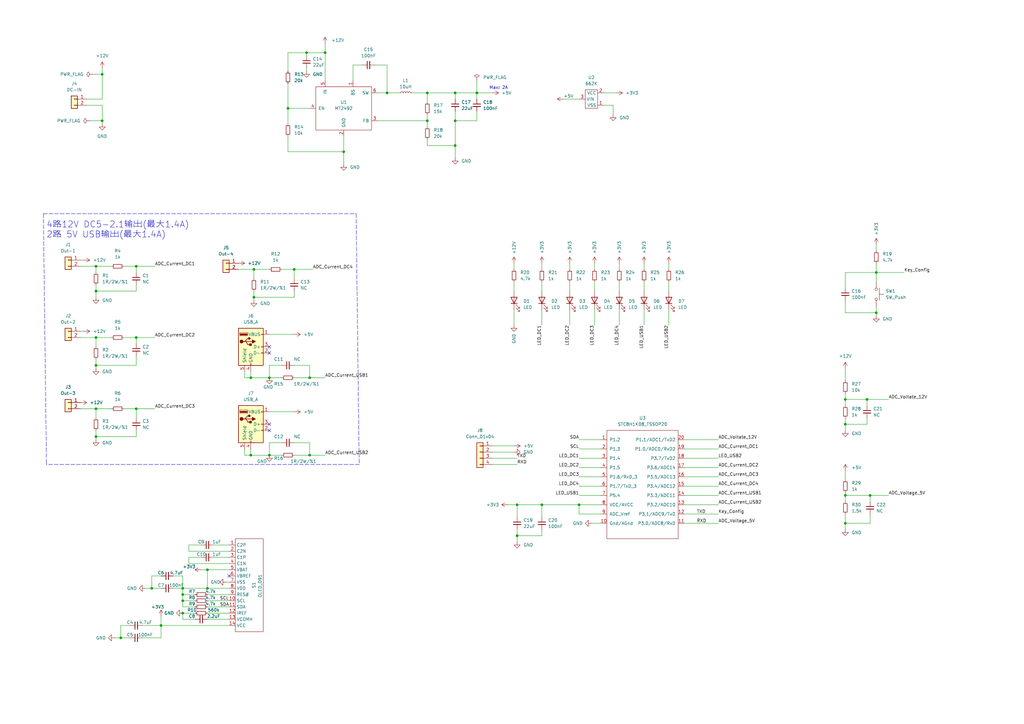
<source format=kicad_sch>
(kicad_sch (version 20211123) (generator eeschema)
  (paper "A3")
  (lib_symbols
    (symbol "Connector:USB_A" (pin_names (offset 1.016))
      (property "Reference" "J" (at -5.08 11.43 0))
      (property "Value" "USB_A" (at -5.08 8.89 0))
      (symbol "USB_A_0_1"
        (rectangle (start -5.08 -7.62) (end 5.08 7.62) (stroke (width 0.254)) (fill (type background)))
        (circle (center -3.81 2.159) (radius 0.635) (stroke (width 0.254)) (fill (type outline)))
        (rectangle (start -1.524 4.826) (end -4.318 5.334) (fill (type outline)))
        (rectangle (start -1.27 4.572) (end -4.572 5.842))
        (circle (center -0.635 3.429) (radius 0.381) (stroke (width 0.254)) (fill (type outline)))
        (rectangle (start -0.127 -7.62) (end 0.127 -6.858))
        (polyline (pts (xy -3.175 2.159) (xy -2.54 2.159) (xy -1.27 3.429) (xy -0.635 3.429)) (stroke (width 0.254)))
        (polyline (pts (xy -2.54 2.159) (xy -1.905 2.159) (xy -1.27 0.889) (xy 0 0.889)) (stroke (width 0.254)))
        (polyline (pts (xy 0.635 2.794) (xy 0.635 1.524) (xy 1.905 2.159) (xy 0.635 2.794)) (stroke (width 0.254)) (fill (type outline)))
        (rectangle (start 0.254 1.27) (end -0.508 0.508) (stroke (width 0.254)) (fill (type outline)))
        (rectangle (start 5.08 -2.667) (end 4.318 -2.413))
        (rectangle (start 5.08 -0.127) (end 4.318 0.127))
        (rectangle (start 5.08 4.953) (end 4.318 5.207))
      )
      (symbol "USB_A_1_1"
        (polyline (pts (xy -1.905 2.159) (xy 0.635 2.159)) (stroke (width 0.254)))
        (pin power_in line (at 7.62 5.08 180) (length 2.54) (name "VBUS") (number "1"))
        (pin bidirectional line (at 7.62 -2.54 180) (length 2.54) (name "D-") (number "2"))
        (pin bidirectional line (at 7.62 0 180) (length 2.54) (name "D+") (number "3"))
        (pin power_in line (at 0 -10.16 90) (length 2.54) (name "GND") (number "4"))
        (pin passive line (at -2.54 -10.16 90) (length 2.54) (name "Shield") (number "5"))
      )
    )
    (symbol "Connector_Generic:Conn_01x02" (pin_names (offset 1.016) hide)
      (property "Reference" "J" (at 0 2.54 0))
      (property "Value" "Conn_01x02" (at 0 -5.08 0))
      (symbol "Conn_01x02_1_1"
        (rectangle (start -1.27 -2.413) (end 0 -2.667) (stroke (width 0.1524)))
        (rectangle (start -1.27 0.127) (end 0 -0.127) (stroke (width 0.1524)))
        (rectangle (start -1.27 1.27) (end 1.27 -3.81) (stroke (width 0.254)) (fill (type background)))
        (pin passive line (at -5.08 0 0) (length 3.81) (name "Pin_1") (number "1"))
        (pin passive line (at -5.08 -2.54 0) (length 3.81) (name "Pin_2") (number "2"))
      )
    )
    (symbol "Connector_Generic:Conn_01x04" (pin_names (offset 1.016) hide)
      (property "Reference" "J" (at 0 5.08 0))
      (property "Value" "Conn_01x04" (at 0 -7.62 0))
      (symbol "Conn_01x04_1_1"
        (rectangle (start -1.27 -4.953) (end 0 -5.207) (stroke (width 0.1524)))
        (rectangle (start -1.27 -2.413) (end 0 -2.667) (stroke (width 0.1524)))
        (rectangle (start -1.27 0.127) (end 0 -0.127) (stroke (width 0.1524)))
        (rectangle (start -1.27 2.667) (end 0 2.413) (stroke (width 0.1524)))
        (rectangle (start -1.27 3.81) (end 1.27 -6.35) (stroke (width 0.254)) (fill (type background)))
        (pin passive line (at -5.08 2.54 0) (length 3.81) (name "Pin_1") (number "1"))
        (pin passive line (at -5.08 0 0) (length 3.81) (name "Pin_2") (number "2"))
        (pin passive line (at -5.08 -2.54 0) (length 3.81) (name "Pin_3") (number "3"))
        (pin passive line (at -5.08 -5.08 0) (length 3.81) (name "Pin_4") (number "4"))
      )
    )
    (symbol "Device:C_Small" (pin_numbers hide) (pin_names (offset 0.254) hide)
      (property "Reference" "C" (at 0.254 1.778 0))
      (property "Value" "C_Small" (at 0.254 -2.032 0))
      (symbol "C_Small_0_1"
        (polyline (pts (xy -1.524 -0.508) (xy 1.524 -0.508)) (stroke (width 0.3302)))
        (polyline (pts (xy -1.524 0.508) (xy 1.524 0.508)) (stroke (width 0.3048)))
      )
      (symbol "C_Small_1_1"
        (pin passive line (at 0 2.54 270) (length 2.032) (name "~") (number "1"))
        (pin passive line (at 0 -2.54 90) (length 2.032) (name "~") (number "2"))
      )
    )
    (symbol "Device:LED" (pin_numbers hide) (pin_names (offset 1.016) hide)
      (property "Reference" "D" (at 0 2.54 0))
      (property "Value" "LED" (at 0 -2.54 0))
      (symbol "LED_0_1"
        (polyline (pts (xy -1.27 -1.27) (xy -1.27 1.27)) (stroke (width 0.254)))
        (polyline (pts (xy -1.27 0) (xy 1.27 0)))
        (polyline (pts (xy 1.27 -1.27) (xy 1.27 1.27) (xy -1.27 0) (xy 1.27 -1.27)) (stroke (width 0.254)))
        (polyline (pts (xy -3.048 -0.762) (xy -4.572 -2.286) (xy -3.81 -2.286) (xy -4.572 -2.286) (xy -4.572 -1.524)))
        (polyline (pts (xy -1.778 -0.762) (xy -3.302 -2.286) (xy -2.54 -2.286) (xy -3.302 -2.286) (xy -3.302 -1.524)))
      )
      (symbol "LED_1_1"
        (pin passive line (at -3.81 0 0) (length 2.54) (name "K") (number "1"))
        (pin passive line (at 3.81 0 180) (length 2.54) (name "A") (number "2"))
      )
    )
    (symbol "Device:L_Small" (pin_numbers hide) (pin_names (offset 0.254) hide)
      (property "Reference" "L" (at 0.762 1.016 0))
      (property "Value" "L_Small" (at 0.762 -1.016 0))
      (symbol "L_Small_0_1"
        (arc (start 0 -2.032) (mid 0.508 -1.524) (end 0 -1.016))
        (arc (start 0 -1.016) (mid 0.508 -0.508) (end 0 0))
        (arc (start 0 0) (mid 0.508 0.508) (end 0 1.016))
        (arc (start 0 1.016) (mid 0.508 1.524) (end 0 2.032))
      )
      (symbol "L_Small_1_1"
        (pin passive line (at 0 2.54 270) (length 0.508) (name "~") (number "1"))
        (pin passive line (at 0 -2.54 90) (length 0.508) (name "~") (number "2"))
      )
    )
    (symbol "Device:R_Small" (pin_numbers hide) (pin_names (offset 0.254) hide)
      (property "Reference" "R" (at 0.762 0.508 0))
      (property "Value" "R_Small" (at 0.762 -1.016 0))
      (symbol "R_Small_0_1"
        (rectangle (start -0.762 1.778) (end 0.762 -1.778) (stroke (width 0.2032)))
      )
      (symbol "R_Small_1_1"
        (pin passive line (at 0 2.54 270) (length 0.762) (name "~") (number "1"))
        (pin passive line (at 0 -2.54 90) (length 0.762) (name "~") (number "2"))
      )
    )
    (symbol "Switch:SW_Push" (pin_numbers hide) (pin_names (offset 1.016) hide)
      (property "Reference" "SW" (at 1.27 2.54 0))
      (property "Value" "SW_Push" (at 0 -1.524 0))
      (symbol "SW_Push_0_1"
        (circle (center -2.032 0) (radius 0.508))
        (polyline (pts (xy 0 1.27) (xy 0 3.048)))
        (polyline (pts (xy 2.54 1.27) (xy -2.54 1.27)))
        (circle (center 2.032 0) (radius 0.508))
        (pin passive line (at -5.08 0 0) (length 2.54) (name "1") (number "1"))
        (pin passive line (at 5.08 0 180) (length 2.54) (name "2") (number "2"))
      )
    )
    (symbol "jld:662K"
      (property "Reference" "U" (at 0 0 0))
      (property "Value" "662K" (at 0 0 0))
      (symbol "662K_0_1"
        (rectangle (start -2.54 3.81) (end 2.54 -3.81))
      )
      (symbol "662K_1_1"
        (pin power_in line (at 5.08 -2.54 180) (length 2.54) (name "VSS") (number "1"))
        (pin power_out line (at 5.08 2.54 180) (length 2.54) (name "VCC") (number "2"))
        (pin power_in line (at -5.08 0 0) (length 2.54) (name "VIN") (number "3"))
      )
    )
    (symbol "jld:MT2492" (pin_names (offset 1.016))
      (property "Reference" "U" (at 0 0 0))
      (property "Value" "MT2492" (at 0 -2.54 0))
      (symbol "MT2492_0_1"
        (rectangle (start -11.43 8.89) (end 11.43 -8.89))
      )
      (symbol "MT2492_1_1"
        (pin passive line (at 3.81 11.43 270) (length 2.54) (name "BS") (number "1"))
        (pin power_in line (at 0 -11.43 90) (length 2.54) (name "GND") (number "2"))
        (pin passive line (at 13.97 -5.08 180) (length 2.54) (name "FB") (number "3"))
        (pin passive line (at -13.97 0 0) (length 2.54) (name "EN") (number "4"))
        (pin power_in line (at -7.62 11.43 270) (length 2.54) (name "IN") (number "5"))
        (pin passive line (at 13.97 6.35 180) (length 2.54) (name "SW") (number "6"))
      )
    )
    (symbol "jld:OLED_091"
      (property "Reference" "S" (at 2.54 0 90))
      (property "Value" "OLED_091" (at 0 0 90))
      (symbol "OLED_091_0_1"
        (rectangle (start -6.35 19.05) (end 5.08 -19.05))
      )
      (symbol "OLED_091_1_1"
        (pin free line (at -8.89 16.51 0) (length 2.54) (name "C2P") (number "1"))
        (pin free line (at -8.89 -6.35 0) (length 2.54) (name "SCL") (number "10"))
        (pin free line (at -8.89 -8.89 0) (length 2.54) (name "SDA") (number "11"))
        (pin free line (at -8.89 -11.43 0) (length 2.54) (name "IREF") (number "12"))
        (pin free line (at -8.89 -13.97 0) (length 2.54) (name "VCOMH") (number "13"))
        (pin power_in line (at -8.89 -16.51 0) (length 2.54) (name "VCC") (number "14"))
        (pin free line (at -8.89 13.97 0) (length 2.54) (name "C2N") (number "2"))
        (pin free line (at -8.89 11.43 0) (length 2.54) (name "C1P") (number "3"))
        (pin free line (at -8.89 8.89 0) (length 2.54) (name "C1N") (number "4"))
        (pin power_in line (at -8.89 6.35 0) (length 2.54) (name "VBAT") (number "5"))
        (pin free line (at -8.89 3.81 0) (length 2.54) (name "VBREF") (number "6"))
        (pin power_in line (at -8.89 1.27 0) (length 2.54) (name "VSS") (number "7"))
        (pin power_in line (at -8.89 -1.27 0) (length 2.54) (name "VDD") (number "8"))
        (pin free line (at -8.89 -3.81 0) (length 2.54) (name "RES#") (number "9"))
      )
    )
    (symbol "jld:STC8H1K08_TSSOP20" (pin_names (offset 1.016))
      (property "Reference" "U" (at 0 0 0))
      (property "Value" "STC8H1K08_TSSOP20" (at 0 -22.86 0))
      (symbol "STC8H1K08_TSSOP20_0_1"
        (rectangle (start -13.97 20.32) (end 15.24 -24.13))
      )
      (symbol "STC8H1K08_TSSOP20_1_1"
        (pin passive line (at -16.51 16.51 0) (length 2.54) (name "P1.2") (number "1"))
        (pin power_in line (at -16.51 -17.78 0) (length 2.54) (name "Gnd/AGnd") (number "10"))
        (pin passive line (at 17.78 -17.78 180) (length 2.54) (name "P3.0/ADC8/RxD") (number "11"))
        (pin passive line (at 17.78 -13.97 180) (length 2.54) (name "P3.1/ADC9/TxD") (number "12"))
        (pin passive line (at 17.78 -10.16 180) (length 2.54) (name "P3.2/ADC10") (number "13"))
        (pin passive line (at 17.78 -6.35 180) (length 2.54) (name "P3.3/ADC11") (number "14"))
        (pin passive line (at 17.78 -2.54 180) (length 2.54) (name "P3.4/ADC12") (number "15"))
        (pin passive line (at 17.78 1.27 180) (length 2.54) (name "P3.5/ADC13") (number "16"))
        (pin passive line (at 17.78 5.08 180) (length 2.54) (name "P3.6/ADC14") (number "17"))
        (pin passive line (at 17.78 8.89 180) (length 2.54) (name "P3.7/TxD2") (number "18"))
        (pin passive line (at 17.78 12.7 180) (length 2.54) (name "P1.0/ADC0/RxD2") (number "19"))
        (pin passive line (at -16.51 12.7 0) (length 2.54) (name "P1.3") (number "2"))
        (pin passive line (at 17.78 16.51 180) (length 2.54) (name "P1.1/ADC1/TxD2") (number "20"))
        (pin passive line (at -16.51 8.89 0) (length 2.54) (name "P1.4") (number "3"))
        (pin passive line (at -16.51 5.08 0) (length 2.54) (name "P1.5") (number "4"))
        (pin passive line (at -16.51 1.27 0) (length 2.54) (name "P1.6/RxD_3") (number "5"))
        (pin passive line (at -16.51 -2.54 0) (length 2.54) (name "P1.7/TxD_3") (number "6"))
        (pin passive line (at -16.51 -6.35 0) (length 2.54) (name "P5.4") (number "7"))
        (pin power_in line (at -16.51 -10.16 0) (length 2.54) (name "VCC/AVCC") (number "8"))
        (pin power_in line (at -16.51 -13.97 0) (length 2.54) (name "ADC_Vref") (number "9"))
      )
    )
    (symbol "power:+12V" (power) (pin_names (offset 0))
      (property "Value" "+12V" (at 0 3.556 0))
      (symbol "+12V_0_1"
        (polyline (pts (xy -0.762 1.27) (xy 0 2.54)))
        (polyline (pts (xy 0 0) (xy 0 2.54)))
        (polyline (pts (xy 0 2.54) (xy 0.762 1.27)))
      )
      (symbol "+12V_1_1"
        (pin power_in line (at 0 0 90) (length 0) hide (name "+12V") (number "1"))
      )
    )
    (symbol "power:+3.3V" (power) (pin_names (offset 0))
      (property "Value" "+3.3V" (at 0 3.556 0))
      (symbol "+3.3V_0_1"
        (polyline (pts (xy -0.762 1.27) (xy 0 2.54)))
        (polyline (pts (xy 0 0) (xy 0 2.54)))
        (polyline (pts (xy 0 2.54) (xy 0.762 1.27)))
      )
      (symbol "+3.3V_1_1"
        (pin power_in line (at 0 0 90) (length 0) hide (name "+3V3") (number "1"))
      )
    )
    (symbol "power:+5V" (power) (pin_names (offset 0))
      (property "Value" "+5V" (at 0 3.556 0))
      (symbol "+5V_0_1"
        (polyline (pts (xy -0.762 1.27) (xy 0 2.54)))
        (polyline (pts (xy 0 0) (xy 0 2.54)))
        (polyline (pts (xy 0 2.54) (xy 0.762 1.27)))
      )
      (symbol "+5V_1_1"
        (pin power_in line (at 0 0 90) (length 0) hide (name "+5V") (number "1"))
      )
    )
    (symbol "power:GND" (power) (pin_names (offset 0))
      (property "Value" "GND" (at 0 -3.81 0))
      (symbol "GND_0_1"
        (polyline (pts (xy 0 0) (xy 0 -1.27) (xy 1.27 -1.27) (xy 0 -2.54) (xy -1.27 -1.27) (xy 0 -1.27)))
      )
      (symbol "GND_1_1"
        (pin power_in line (at 0 0 270) (length 0) hide (name "GND") (number "1"))
      )
    )
    (symbol "power:PWR_FLAG" (power) (pin_numbers hide) (pin_names (offset 0) hide)
      (property "Value" "PWR_FLAG" (at 0 3.81 0))
      (symbol "PWR_FLAG_0_0"
        (pin power_out line (at 0 0 90) (length 0) (name "pwr") (number "1"))
      )
      (symbol "PWR_FLAG_0_1"
        (polyline (pts (xy 0 0) (xy 0 1.27) (xy -1.016 1.905) (xy 0 2.54) (xy 1.016 1.905) (xy 0 1.27)))
      )
    )
  )
  (junction (at 66.04 256.54))
  (junction (at 39.37 167.64))
  (junction (at 212.09 219.71))
  (junction (at 110.49 186.69))
  (junction (at 212.09 207.01))
  (junction (at 74.93 246.38))
  (junction (at 74.93 243.84))
  (junction (at 39.37 109.22))
  (junction (at 110.49 154.94))
  (junction (at 195.58 38.1))
  (junction (at 186.69 49.53))
  (junction (at 158.75 38.1))
  (junction (at 118.11 44.45))
  (junction (at 140.97 62.23))
  (junction (at 55.88 138.43))
  (junction (at 85.09 241.3))
  (junction (at 102.87 154.94))
  (junction (at 55.88 167.64))
  (junction (at 41.91 49.53))
  (junction (at 237.49 207.01))
  (junction (at 346.71 214.63))
  (junction (at 85.09 233.68))
  (junction (at 175.26 38.1))
  (junction (at 186.69 59.69))
  (junction (at 41.91 30.48))
  (junction (at 39.37 119.38))
  (junction (at 346.71 163.83))
  (junction (at 39.37 179.07))
  (junction (at 346.71 173.99))
  (junction (at 39.37 149.86))
  (junction (at 74.93 241.3))
  (junction (at 125.73 21.59))
  (junction (at 55.88 109.22))
  (junction (at 133.35 21.59))
  (junction (at 359.41 111.76))
  (junction (at 175.26 49.53))
  (junction (at 127 186.69))
  (junction (at 62.23 241.3))
  (junction (at 355.6 163.83))
  (junction (at 104.14 121.92))
  (junction (at 39.37 138.43))
  (junction (at 346.71 203.2))
  (junction (at 104.14 110.49))
  (junction (at 222.25 207.01))
  (junction (at 74.93 251.46))
  (junction (at 120.65 110.49))
  (junction (at 356.87 203.2))
  (junction (at 102.87 186.69))
  (junction (at 127 154.94))
  (junction (at 186.69 38.1))
  (junction (at 49.53 261.62))
  (junction (at 359.41 128.27))
  (no_connect (at 93.98 236.22))
  (no_connect (at 110.49 144.78))
  (no_connect (at 110.49 142.24))
  (no_connect (at 110.49 176.53))
  (no_connect (at 110.49 173.99))
  (wire (pts (xy 359.41 111.76) (xy 359.41 115.57)))
  (wire (pts (xy 355.6 163.83) (xy 364.49 163.83)))
  (wire (pts (xy 233.68 127) (xy 233.68 133.35)))
  (wire (pts (xy 158.75 38.1) (xy 154.94 38.1)))
  (wire (pts (xy 82.55 223.52) (xy 77.47 223.52)))
  (wire (pts (xy 254 107.95) (xy 254 110.49)))
  (wire (pts (xy 62.23 236.22) (xy 66.04 236.22)))
  (wire (pts (xy 41.91 30.48) (xy 41.91 40.64)))
  (wire (pts (xy 85.09 254) (xy 93.98 254)))
  (wire (pts (xy 243.84 127) (xy 243.84 133.35)))
  (wire (pts (xy 110.49 168.91) (xy 120.65 168.91)))
  (wire (pts (xy 237.49 199.39) (xy 246.38 199.39)))
  (wire (pts (xy 125.73 21.59) (xy 125.73 22.86)))
  (wire (pts (xy 168.91 38.1) (xy 175.26 38.1)))
  (wire (pts (xy 115.57 149.86) (xy 110.49 149.86)))
  (wire (pts (xy 355.6 173.99) (xy 355.6 171.45)))
  (wire (pts (xy 39.37 179.07) (xy 55.88 179.07)))
  (wire (pts (xy 104.14 119.38) (xy 104.14 121.92)))
  (wire (pts (xy 55.88 179.07) (xy 55.88 176.53)))
  (wire (pts (xy 237.49 180.34) (xy 246.38 180.34)))
  (wire (pts (xy 280.67 195.58) (xy 294.64 195.58)))
  (wire (pts (xy 237.49 184.15) (xy 246.38 184.15)))
  (wire (pts (xy 102.87 186.69) (xy 110.49 186.69)))
  (wire (pts (xy 195.58 38.1) (xy 201.93 38.1)))
  (wire (pts (xy 85.09 246.38) (xy 93.98 246.38)))
  (wire (pts (xy 127 181.61) (xy 127 186.69)))
  (wire (pts (xy 140.97 62.23) (xy 140.97 67.31)))
  (wire (pts (xy 346.71 173.99) (xy 355.6 173.99)))
  (wire (pts (xy 346.71 163.83) (xy 355.6 163.83)))
  (wire (pts (xy 120.65 110.49) (xy 128.27 110.49)))
  (wire (pts (xy 66.04 256.54) (xy 93.98 256.54)))
  (wire (pts (xy 195.58 38.1) (xy 195.58 40.64)))
  (wire (pts (xy 34.29 106.68) (xy 33.02 106.68)))
  (wire (pts (xy 280.67 184.15) (xy 294.64 184.15)))
  (wire (pts (xy 92.71 238.76) (xy 93.98 238.76)))
  (wire (pts (xy 346.71 128.27) (xy 359.41 128.27)))
  (wire (pts (xy 100.33 154.94) (xy 102.87 154.94)))
  (wire (pts (xy 33.02 167.64) (xy 39.37 167.64)))
  (wire (pts (xy 346.71 201.93) (xy 346.71 203.2)))
  (wire (pts (xy 34.29 135.89) (xy 33.02 135.89)))
  (wire (pts (xy 355.6 163.83) (xy 355.6 166.37)))
  (wire (pts (xy 186.69 59.69) (xy 186.69 64.77)))
  (wire (pts (xy 55.88 149.86) (xy 39.37 149.86)))
  (wire (pts (xy 100.33 186.69) (xy 102.87 186.69)))
  (wire (pts (xy 74.93 254) (xy 74.93 251.46)))
  (wire (pts (xy 158.75 26.67) (xy 158.75 38.1)))
  (wire (pts (xy 120.65 181.61) (xy 127 181.61)))
  (wire (pts (xy 110.49 181.61) (xy 110.49 186.69)))
  (wire (pts (xy 120.65 121.92) (xy 120.65 119.38)))
  (wire (pts (xy 87.63 223.52) (xy 93.98 223.52)))
  (wire (pts (xy 50.8 167.64) (xy 55.88 167.64)))
  (wire (pts (xy 39.37 167.64) (xy 39.37 171.45)))
  (wire (pts (xy 118.11 29.21) (xy 118.11 21.59)))
  (wire (pts (xy 87.63 228.6) (xy 93.98 228.6)))
  (wire (pts (xy 46.99 261.62) (xy 49.53 261.62)))
  (wire (pts (xy 346.71 203.2) (xy 346.71 205.74)))
  (polyline (pts (xy 147.32 190.5) (xy 19.05 190.5)))
  (wire (pts (xy 175.26 49.53) (xy 175.26 52.07)))
  (wire (pts (xy 144.78 26.67) (xy 148.59 26.67)))
  (wire (pts (xy 212.09 219.71) (xy 212.09 222.25)))
  (wire (pts (xy 110.49 186.69) (xy 115.57 186.69)))
  (wire (pts (xy 80.01 254) (xy 74.93 254)))
  (wire (pts (xy 66.04 252.73) (xy 66.04 256.54)))
  (wire (pts (xy 356.87 203.2) (xy 356.87 205.74)))
  (wire (pts (xy 359.41 125.73) (xy 359.41 128.27)))
  (wire (pts (xy 359.41 111.76) (xy 370.84 111.76)))
  (wire (pts (xy 346.71 203.2) (xy 356.87 203.2)))
  (wire (pts (xy 140.97 55.88) (xy 140.97 62.23)))
  (wire (pts (xy 251.46 43.18) (xy 251.46 46.99)))
  (wire (pts (xy 133.35 17.78) (xy 133.35 21.59)))
  (wire (pts (xy 186.69 49.53) (xy 186.69 59.69)))
  (wire (pts (xy 39.37 119.38) (xy 39.37 121.92)))
  (wire (pts (xy 104.14 121.92) (xy 120.65 121.92)))
  (wire (pts (xy 118.11 44.45) (xy 118.11 50.8)))
  (wire (pts (xy 280.67 191.77) (xy 294.64 191.77)))
  (wire (pts (xy 346.71 123.19) (xy 346.71 128.27)))
  (wire (pts (xy 264.16 115.57) (xy 264.16 119.38)))
  (wire (pts (xy 85.09 241.3) (xy 93.98 241.3)))
  (wire (pts (xy 346.71 214.63) (xy 346.71 217.17)))
  (wire (pts (xy 231.14 40.64) (xy 237.49 40.64)))
  (wire (pts (xy 280.67 180.34) (xy 294.64 180.34)))
  (wire (pts (xy 39.37 149.86) (xy 39.37 151.13)))
  (wire (pts (xy 104.14 110.49) (xy 110.49 110.49)))
  (wire (pts (xy 186.69 45.72) (xy 186.69 49.53)))
  (wire (pts (xy 59.69 241.3) (xy 62.23 241.3)))
  (wire (pts (xy 110.49 154.94) (xy 115.57 154.94)))
  (wire (pts (xy 127 186.69) (xy 133.35 186.69)))
  (wire (pts (xy 346.71 151.13) (xy 346.71 156.21)))
  (wire (pts (xy 222.25 115.57) (xy 222.25 119.38)))
  (polyline (pts (xy 146.05 87.63) (xy 147.32 190.5)))
  (wire (pts (xy 264.16 107.95) (xy 264.16 110.49)))
  (wire (pts (xy 50.8 138.43) (xy 55.88 138.43)))
  (wire (pts (xy 97.79 110.49) (xy 104.14 110.49)))
  (wire (pts (xy 210.82 127) (xy 210.82 133.35)))
  (polyline (pts (xy 17.78 87.63) (xy 146.05 87.63)))
  (wire (pts (xy 55.88 167.64) (xy 55.88 171.45)))
  (wire (pts (xy 346.71 111.76) (xy 359.41 111.76)))
  (wire (pts (xy 33.02 109.22) (xy 39.37 109.22)))
  (wire (pts (xy 247.65 43.18) (xy 251.46 43.18)))
  (wire (pts (xy 102.87 154.94) (xy 110.49 154.94)))
  (wire (pts (xy 237.49 207.01) (xy 246.38 207.01)))
  (wire (pts (xy 49.53 261.62) (xy 53.34 261.62)))
  (wire (pts (xy 85.09 233.68) (xy 85.09 241.3)))
  (wire (pts (xy 104.14 121.92) (xy 104.14 123.19)))
  (wire (pts (xy 120.65 149.86) (xy 127 149.86)))
  (wire (pts (xy 85.09 243.84) (xy 93.98 243.84)))
  (wire (pts (xy 356.87 214.63) (xy 346.71 214.63)))
  (wire (pts (xy 102.87 152.4) (xy 102.87 154.94)))
  (wire (pts (xy 82.55 233.68) (xy 85.09 233.68)))
  (wire (pts (xy 58.42 256.54) (xy 66.04 256.54)))
  (wire (pts (xy 39.37 116.84) (xy 39.37 119.38)))
  (wire (pts (xy 222.25 127) (xy 222.25 133.35)))
  (wire (pts (xy 74.93 243.84) (xy 74.93 241.3)))
  (wire (pts (xy 237.49 195.58) (xy 246.38 195.58)))
  (wire (pts (xy 120.65 154.94) (xy 127 154.94)))
  (wire (pts (xy 33.02 138.43) (xy 39.37 138.43)))
  (wire (pts (xy 77.47 226.06) (xy 93.98 226.06)))
  (wire (pts (xy 280.67 187.96) (xy 294.64 187.96)))
  (wire (pts (xy 243.84 107.95) (xy 243.84 110.49)))
  (wire (pts (xy 280.67 203.2) (xy 294.64 203.2)))
  (wire (pts (xy 346.71 210.82) (xy 346.71 214.63)))
  (wire (pts (xy 201.93 182.88) (xy 210.82 182.88)))
  (wire (pts (xy 195.58 33.02) (xy 195.58 38.1)))
  (wire (pts (xy 222.25 107.95) (xy 222.25 110.49)))
  (wire (pts (xy 186.69 38.1) (xy 195.58 38.1)))
  (wire (pts (xy 201.93 185.42) (xy 210.82 185.42)))
  (wire (pts (xy 175.26 57.15) (xy 175.26 59.69)))
  (wire (pts (xy 104.14 110.49) (xy 104.14 114.3)))
  (wire (pts (xy 85.09 233.68) (xy 93.98 233.68)))
  (wire (pts (xy 346.71 163.83) (xy 346.71 166.37)))
  (wire (pts (xy 110.49 149.86) (xy 110.49 154.94)))
  (wire (pts (xy 242.57 214.63) (xy 246.38 214.63)))
  (wire (pts (xy 102.87 184.15) (xy 102.87 186.69)))
  (wire (pts (xy 186.69 38.1) (xy 186.69 40.64)))
  (wire (pts (xy 115.57 110.49) (xy 120.65 110.49)))
  (wire (pts (xy 222.25 207.01) (xy 222.25 212.09)))
  (wire (pts (xy 237.49 210.82) (xy 237.49 207.01)))
  (wire (pts (xy 110.49 137.16) (xy 120.65 137.16)))
  (wire (pts (xy 85.09 248.92) (xy 93.98 248.92)))
  (wire (pts (xy 210.82 115.57) (xy 210.82 119.38)))
  (wire (pts (xy 71.12 241.3) (xy 74.93 241.3)))
  (wire (pts (xy 39.37 138.43) (xy 45.72 138.43)))
  (wire (pts (xy 237.49 187.96) (xy 246.38 187.96)))
  (wire (pts (xy 39.37 167.64) (xy 45.72 167.64)))
  (wire (pts (xy 49.53 256.54) (xy 53.34 256.54)))
  (wire (pts (xy 175.26 38.1) (xy 175.26 41.91)))
  (wire (pts (xy 100.33 184.15) (xy 100.33 186.69)))
  (wire (pts (xy 74.93 241.3) (xy 85.09 241.3)))
  (wire (pts (xy 356.87 210.82) (xy 356.87 214.63)))
  (wire (pts (xy 175.26 38.1) (xy 186.69 38.1)))
  (wire (pts (xy 118.11 62.23) (xy 140.97 62.23)))
  (wire (pts (xy 77.47 228.6) (xy 77.47 231.14)))
  (wire (pts (xy 274.32 127) (xy 274.32 133.35)))
  (wire (pts (xy 38.1 30.48) (xy 41.91 30.48)))
  (wire (pts (xy 55.88 167.64) (xy 63.5 167.64)))
  (wire (pts (xy 80.01 246.38) (xy 74.93 246.38)))
  (wire (pts (xy 35.56 43.18) (xy 41.91 43.18)))
  (wire (pts (xy 120.65 110.49) (xy 120.65 114.3)))
  (wire (pts (xy 74.93 236.22) (xy 74.93 241.3)))
  (wire (pts (xy 118.11 55.88) (xy 118.11 62.23)))
  (wire (pts (xy 153.67 26.67) (xy 158.75 26.67)))
  (wire (pts (xy 264.16 127) (xy 264.16 133.35)))
  (wire (pts (xy 158.75 38.1) (xy 163.83 38.1)))
  (wire (pts (xy 359.41 100.33) (xy 359.41 102.87)))
  (wire (pts (xy 62.23 241.3) (xy 62.23 236.22)))
  (wire (pts (xy 80.01 248.92) (xy 74.93 248.92)))
  (wire (pts (xy 254 115.57) (xy 254 119.38)))
  (wire (pts (xy 280.67 210.82) (xy 294.64 210.82)))
  (wire (pts (xy 39.37 109.22) (xy 45.72 109.22)))
  (wire (pts (xy 212.09 207.01) (xy 212.09 212.09)))
  (wire (pts (xy 85.09 251.46) (xy 93.98 251.46)))
  (wire (pts (xy 280.67 214.63) (xy 294.64 214.63)))
  (wire (pts (xy 39.37 109.22) (xy 39.37 111.76)))
  (wire (pts (xy 233.68 115.57) (xy 233.68 119.38)))
  (wire (pts (xy 222.25 217.17) (xy 222.25 219.71)))
  (wire (pts (xy 55.88 146.05) (xy 55.88 149.86)))
  (wire (pts (xy 58.42 261.62) (xy 66.04 261.62)))
  (wire (pts (xy 212.09 217.17) (xy 212.09 219.71)))
  (wire (pts (xy 74.93 248.92) (xy 74.93 246.38)))
  (wire (pts (xy 49.53 261.62) (xy 49.53 256.54)))
  (wire (pts (xy 243.84 115.57) (xy 243.84 119.38)))
  (wire (pts (xy 356.87 203.2) (xy 364.49 203.2)))
  (wire (pts (xy 127 154.94) (xy 133.35 154.94)))
  (wire (pts (xy 346.71 173.99) (xy 346.71 176.53)))
  (wire (pts (xy 39.37 147.32) (xy 39.37 149.86)))
  (wire (pts (xy 212.09 219.71) (xy 222.25 219.71)))
  (wire (pts (xy 41.91 49.53) (xy 41.91 50.8)))
  (wire (pts (xy 118.11 44.45) (xy 127 44.45)))
  (wire (pts (xy 55.88 109.22) (xy 55.88 111.76)))
  (wire (pts (xy 233.68 107.95) (xy 233.68 110.49)))
  (polyline (pts (xy 19.05 189.23) (xy 19.05 190.5)))
  (wire (pts (xy 246.38 210.82) (xy 237.49 210.82)))
  (wire (pts (xy 346.71 161.29) (xy 346.71 163.83)))
  (wire (pts (xy 100.33 152.4) (xy 100.33 154.94)))
  (wire (pts (xy 133.35 21.59) (xy 133.35 33.02)))
  (wire (pts (xy 208.28 207.01) (xy 212.09 207.01)))
  (wire (pts (xy 115.57 181.61) (xy 110.49 181.61)))
  (wire (pts (xy 62.23 241.3) (xy 66.04 241.3)))
  (wire (pts (xy 212.09 207.01) (xy 222.25 207.01)))
  (wire (pts (xy 41.91 30.48) (xy 41.91 27.94)))
  (wire (pts (xy 125.73 21.59) (xy 133.35 21.59)))
  (wire (pts (xy 36.83 49.53) (xy 41.91 49.53)))
  (wire (pts (xy 254 127) (xy 254 133.35)))
  (wire (pts (xy 41.91 43.18) (xy 41.91 49.53)))
  (wire (pts (xy 39.37 119.38) (xy 55.88 119.38)))
  (wire (pts (xy 280.67 199.39) (xy 294.64 199.39)))
  (wire (pts (xy 359.41 107.95) (xy 359.41 111.76)))
  (polyline (pts (xy 17.78 87.63) (xy 19.05 189.23)))
  (wire (pts (xy 127 149.86) (xy 127 154.94)))
  (wire (pts (xy 120.65 186.69) (xy 127 186.69)))
  (wire (pts (xy 144.78 33.02) (xy 144.78 26.67)))
  (wire (pts (xy 74.93 246.38) (xy 74.93 243.84)))
  (wire (pts (xy 195.58 49.53) (xy 195.58 45.72)))
  (wire (pts (xy 154.94 49.53) (xy 175.26 49.53)))
  (wire (pts (xy 55.88 138.43) (xy 55.88 140.97)))
  (wire (pts (xy 80.01 243.84) (xy 74.93 243.84)))
  (wire (pts (xy 55.88 138.43) (xy 63.5 138.43)))
  (wire (pts (xy 82.55 228.6) (xy 77.47 228.6)))
  (wire (pts (xy 237.49 203.2) (xy 246.38 203.2)))
  (wire (pts (xy 55.88 119.38) (xy 55.88 116.84)))
  (wire (pts (xy 39.37 176.53) (xy 39.37 179.07)))
  (wire (pts (xy 39.37 138.43) (xy 39.37 142.24)))
  (wire (pts (xy 201.93 190.5) (xy 212.09 190.5)))
  (wire (pts (xy 125.73 27.94) (xy 125.73 29.21)))
  (wire (pts (xy 346.71 173.99) (xy 346.71 171.45)))
  (wire (pts (xy 71.12 236.22) (xy 74.93 236.22)))
  (wire (pts (xy 175.26 46.99) (xy 175.26 49.53)))
  (wire (pts (xy 74.93 251.46) (xy 80.01 251.46)))
  (wire (pts (xy 118.11 34.29) (xy 118.11 44.45)))
  (wire (pts (xy 77.47 231.14) (xy 93.98 231.14)))
  (wire (pts (xy 237.49 191.77) (xy 246.38 191.77)))
  (wire (pts (xy 274.32 115.57) (xy 274.32 119.38)))
  (wire (pts (xy 35.56 40.64) (xy 41.91 40.64)))
  (wire (pts (xy 77.47 223.52) (xy 77.47 226.06)))
  (wire (pts (xy 210.82 107.95) (xy 210.82 110.49)))
  (wire (pts (xy 55.88 109.22) (xy 63.5 109.22)))
  (wire (pts (xy 280.67 207.01) (xy 294.64 207.01)))
  (wire (pts (xy 201.93 187.96) (xy 212.09 187.96)))
  (wire (pts (xy 274.32 107.95) (xy 274.32 110.49)))
  (wire (pts (xy 50.8 109.22) (xy 55.88 109.22)))
  (wire (pts (xy 39.37 179.07) (xy 39.37 180.34)))
  (wire (pts (xy 222.25 207.01) (xy 237.49 207.01)))
  (wire (pts (xy 359.41 128.27) (xy 359.41 129.54)))
  (wire (pts (xy 346.71 118.11) (xy 346.71 111.76)))
  (wire (pts (xy 175.26 59.69) (xy 186.69 59.69)))
  (wire (pts (xy 247.65 38.1) (xy 252.73 38.1)))
  (wire (pts (xy 186.69 49.53) (xy 195.58 49.53)))
  (wire (pts (xy 118.11 21.59) (xy 125.73 21.59)))
  (wire (pts (xy 346.71 193.04) (xy 346.71 196.85)))
  (wire (pts (xy 66.04 261.62) (xy 66.04 256.54)))
  (text "4路12V DC5-2.1输出(最大1.4A)\n2路 5V USB输出(最大1.4A)" (at 19.05 97.79 0) (effects (font (size 2.54 2.54)) (justify left bottom)))
  (text "Max: 2A" (at 200.66 36.83 0) (effects (font (size 1.27 1.27)) (justify left bottom)))
  (label "ADC_Current_DC1" (at 63.5 109.22 0))
  (label "ADC_Voltage_5V" (at 364.49 203.2 0))
  (label "LED_DC2" (at 233.68 133.35 270))
  (label "SDA" (at 90.17 248.92 0))
  (label "Key_Config" (at 370.84 111.76 0))
  (label "TXD" (at 212.09 187.96 0))
  (label "SCL" (at 90.17 246.38 0))
  (label "LED_USB2" (at 274.32 133.35 270))
  (label "LED_DC4" (at 237.49 199.39 180))
  (label "LED_DC1" (at 222.25 133.35 270))
  (label "SCL" (at 237.49 184.15 180))
  (label "ADC_Current_DC4" (at 294.64 199.39 0))
  (label "ADC_Current_DC2" (at 63.5 138.43 0))
  (label "LED_DC3" (at 237.49 195.58 180))
  (label "ADC_Voltate_12V" (at 294.64 180.34 0))
  (label "ADC_Current_USB2" (at 294.64 207.01 0))
  (label "SDA" (at 237.49 180.34 180))
  (label "ADC_Current_DC3" (at 63.5 167.64 0))
  (label "ADC_Current_DC4" (at 128.27 110.49 0))
  (label "ADC_Current_USB1" (at 294.64 203.2 0))
  (label "LED_USB1" (at 264.16 133.35 270))
  (label "LED_USB2" (at 294.64 187.96 0))
  (label "LED_DC3" (at 243.84 133.35 270))
  (label "ADC_Voltate_12V" (at 364.49 163.83 0))
  (label "ADC_Current_DC2" (at 294.64 191.77 0))
  (label "ADC_Current_DC3" (at 294.64 195.58 0))
  (label "LED_USB1" (at 237.49 203.2 180))
  (label "ADC_Current_USB2" (at 133.35 186.69 0))
  (label "LED_DC4" (at 254 133.35 270))
  (label "ADC_Current_USB1" (at 133.35 154.94 0))
  (label "ADC_Current_DC1" (at 294.64 184.15 0))
  (label "RXD" (at 285.75 214.63 0))
  (label "TXD" (at 285.75 210.82 0))
  (label "LED_DC1" (at 237.49 187.96 180))
  (label "LED_DC2" (at 237.49 191.77 180))
  (label "Key_Config" (at 294.64 210.82 0))
  (label "ADC_Voltage_5V" (at 294.64 214.63 0))
  (label "RXD" (at 212.09 190.5 0))
  (symbol (lib_id "power:GND") (at 251.46 46.99 0) (unit 1)
    (property "Reference" "#PWR037" (effects hide))
    (property "Value" "GND" (at 254 48.2599 0) (effects (justify left)))
  )
  (symbol (lib_id "power:+12V") (at 34.29 135.89 270) (unit 1)
    (property "Reference" "#PWR03" (effects hide))
    (property "Value" "+12V" (at 38.1 135.8899 90) (effects (justify left)))
  )
  (symbol (lib_id "power:+3.3V") (at 254 107.95 0) (unit 1)
    (property "Reference" "#PWR041" (effects hide))
    (property "Value" "+3.3V" (at 254 104.14 90) (effects (justify left)))
  )
  (symbol (lib_id "power:GND") (at 125.73 29.21 0) (unit 1)
    (property "Reference" "#PWR021" (effects hide))
    (property "Value" "GND" (at 128.27 30.4799 0) (effects (justify left)))
  )
  (symbol (lib_id "Connector_Generic:Conn_01x04") (at 196.85 185.42 0) (mirror y) (unit 1)
    (property "Reference" "J8" (at 196.85 176.53 0))
    (property "Value" "Conn_01x04" (at 196.85 179.07 0))
  )
  (symbol (lib_id "power:+12V") (at 210.82 107.95 0) (unit 1)
    (property "Reference" "#PWR033" (effects hide))
    (property "Value" "+12V" (at 210.82 101.6 90))
  )
  (symbol (lib_id "Device:C_Small") (at 55.88 173.99 0) (unit 1)
    (property "Reference" "C3" (at 58.42 172.7262 0) (effects (justify left)))
    (property "Value" "NC" (at 58.42 175.2662 0) (effects (justify left)))
  )
  (symbol (lib_id "Device:R_Small") (at 82.55 243.84 90) (unit 1)
    (property "Reference" "R7" (at 78.74 242.57 90))
    (property "Value" "4.7k" (at 86.36 242.57 90))
  )
  (symbol (lib_id "Device:LED") (at 222.25 123.19 90) (unit 1)
    (property "Reference" "D2" (at 226.06 123.5074 90) (effects (justify right)))
    (property "Value" "LED" (at 226.06 126.0474 90) (effects (justify right)))
  )
  (symbol (lib_id "Connector_Generic:Conn_01x02") (at 27.94 135.89 0) (mirror y) (unit 1)
    (property "Reference" "J2" (at 27.94 129.54 0))
    (property "Value" "Out-2" (at 27.94 132.08 0))
    (property "Footprint" "jld:DC005" (effects hide))
  )
  (symbol (lib_id "Device:C_Small") (at 151.13 26.67 90) (unit 1)
    (property "Reference" "C15" (at 151.1363 20.32 90))
    (property "Value" "100nF" (at 151.1363 22.86 90))
  )
  (symbol (lib_id "Device:C_Small") (at 222.25 214.63 0) (unit 1)
    (property "Reference" "C20" (at 224.79 213.3662 0) (effects (justify left)))
    (property "Value" "100nF" (at 224.79 215.9062 0) (effects (justify left)))
  )
  (symbol (lib_id "Switch:SW_Push") (at 359.41 120.65 270) (unit 1)
    (property "Reference" "SW1" (at 363.22 119.3799 90) (effects (justify left)))
    (property "Value" "SW_Push" (at 363.22 121.9199 90) (effects (justify left)))
  )
  (symbol (lib_id "power:GND") (at 39.37 180.34 0) (unit 1)
    (property "Reference" "#PWR06" (effects hide))
    (property "Value" "GND" (at 41.91 181.6099 0) (effects (justify left)))
  )
  (symbol (lib_id "Device:C_Small") (at 68.58 241.3 90) (unit 1)
    (property "Reference" "C7" (at 66.04 240.03 90))
    (property "Value" "100nF" (at 72.39 240.03 90))
  )
  (symbol (lib_id "power:+3.3V") (at 359.41 100.33 0) (unit 1)
    (property "Reference" "#PWR024" (effects hide))
    (property "Value" "+3.3V" (at 359.41 96.52 90) (effects (justify left)))
  )
  (symbol (lib_id "Device:R_Small") (at 48.26 109.22 90) (unit 1)
    (property "Reference" "R4" (at 48.26 102.87 90))
    (property "Value" "1k" (at 48.26 105.41 90))
  )
  (symbol (lib_id "Device:R_Small") (at 104.14 116.84 180) (unit 1)
    (property "Reference" "R11" (at 106.68 115.5699 0) (effects (justify right)))
    (property "Value" "1R/2W/%1" (at 106.68 118.1099 0) (effects (justify right)))
    (property "Footprint" "lc_lib:2512_R" (effects hide))
  )
  (symbol (lib_id "Device:R_Small") (at 118.11 186.69 90) (unit 1)
    (property "Reference" "R16" (at 114.3 187.96 90))
    (property "Value" "1R/2W/%1" (at 124.46 189.23 90))
    (property "Footprint" "lc_lib:2512_R" (effects hide))
  )
  (symbol (lib_id "power:GND") (at 39.37 121.92 0) (unit 1)
    (property "Reference" "#PWR04" (effects hide))
    (property "Value" "GND" (at 41.91 123.1899 0) (effects (justify left)))
  )
  (symbol (lib_id "Device:R_Small") (at 243.84 113.03 0) (unit 1)
    (property "Reference" "R23" (at 246.38 111.7599 0) (effects (justify left)))
    (property "Value" "1k" (at 246.38 114.2999 0) (effects (justify left)))
  )
  (symbol (lib_id "power:+5V") (at 201.93 38.1 270) (unit 1)
    (property "Reference" "#PWR027" (effects hide))
    (property "Value" "+5V" (at 205.74 38.0999 90) (effects (justify left)))
  )
  (symbol (lib_id "power:GND") (at 59.69 241.3 270) (unit 1)
    (property "Reference" "#PWR010" (effects hide))
    (property "Value" "GND" (at 52.07 241.3 90) (effects (justify left)))
  )
  (symbol (lib_id "power:GND") (at 212.09 222.25 0) (unit 1)
    (property "Reference" "#PWR031" (effects hide))
    (property "Value" "GND" (at 214.63 223.5199 0) (effects (justify left)))
  )
  (symbol (lib_id "Device:R_Small") (at 82.55 248.92 90) (unit 1)
    (property "Reference" "R9" (at 78.74 247.65 90))
    (property "Value" "4.7k" (at 86.36 247.65 90))
  )
  (symbol (lib_id "Device:R_Small") (at 274.32 113.03 0) (unit 1)
    (property "Reference" "R26" (at 276.86 111.7599 0) (effects (justify left)))
    (property "Value" "1k" (at 276.86 114.2999 0) (effects (justify left)))
  )
  (symbol (lib_id "power:GND") (at 210.82 133.35 0) (unit 1)
    (property "Reference" "#PWR034" (effects hide))
    (property "Value" "GND" (at 210.82 140.97 90) (effects (justify left)))
  )
  (symbol (lib_id "Device:R_Small") (at 118.11 154.94 90) (unit 1)
    (property "Reference" "R15" (at 114.3 157.48 90))
    (property "Value" "1R/2W/%1" (at 125.73 157.48 90))
    (property "Footprint" "lc_lib:2512_R" (effects hide))
  )
  (symbol (lib_id "power:GND") (at 110.49 186.69 0) (unit 1)
    (property "Reference" "#PWR018" (effects hide))
    (property "Value" "GND" (at 105.41 189.23 0) (effects (justify left)))
  )
  (symbol (lib_id "Connector_Generic:Conn_01x02") (at 27.94 106.68 0) (mirror y) (unit 1)
    (property "Reference" "J1" (at 27.94 100.33 0))
    (property "Value" "Out-1" (at 27.94 102.87 0))
    (property "Footprint" "jld:DC005" (effects hide))
  )
  (symbol (lib_id "power:+5V") (at 346.71 193.04 0) (unit 1)
    (property "Reference" "#PWR046" (effects hide))
    (property "Value" "+5V" (at 349.25 191.7699 0) (effects (justify left)))
  )
  (symbol (lib_id "Device:R_Small") (at 210.82 113.03 0) (unit 1)
    (property "Reference" "R20" (at 213.36 111.7599 0) (effects (justify left)))
    (property "Value" "4.7k" (at 213.36 114.2999 0) (effects (justify left)))
  )
  (symbol (lib_id "power:+12V") (at 346.71 151.13 0) (unit 1)
    (property "Reference" "#PWR044" (effects hide))
    (property "Value" "+12V" (at 346.71 146.05 0))
  )
  (symbol (lib_id "Device:LED") (at 264.16 123.19 90) (unit 1)
    (property "Reference" "D6" (at 267.97 123.5074 90) (effects (justify right)))
    (property "Value" "LED" (at 267.97 126.0474 90) (effects (justify right)))
  )
  (symbol (lib_id "Connector_Generic:Conn_01x02") (at 27.94 165.1 0) (mirror y) (unit 1)
    (property "Reference" "J3" (at 27.94 158.75 0))
    (property "Value" "Out-3" (at 27.94 161.29 0))
    (property "Footprint" "jld:DC005" (effects hide))
  )
  (symbol (lib_id "Device:C_Small") (at 82.55 254 90) (unit 1)
    (property "Reference" "C8" (at 78.74 252.73 90))
    (property "Value" "2.2uF" (at 87.63 252.73 90))
  )
  (symbol (lib_id "jld:OLED_091") (at 102.87 240.03 0) (unit 1)
    (property "Reference" "S1" (at 104.14 241.3 90) (effects (justify left)))
    (property "Value" "OLED_091" (at 106.68 245.11 90) (effects (justify left)))
  )
  (symbol (lib_id "Device:C_Small") (at 85.09 228.6 90) (unit 1)
    (property "Reference" "C10" (at 82.55 227.33 90))
    (property "Value" "1uF" (at 88.9 227.33 90))
  )
  (symbol (lib_id "Device:LED") (at 233.68 123.19 90) (unit 1)
    (property "Reference" "D3" (at 237.49 123.5074 90) (effects (justify right)))
    (property "Value" "LED" (at 237.49 126.0474 90) (effects (justify right)))
  )
  (symbol (lib_id "Device:R_Small") (at 118.11 53.34 0) (unit 1)
    (property "Reference" "R14" (at 120.65 52.0699 0) (effects (justify left)))
    (property "Value" "10k" (at 120.65 54.6099 0) (effects (justify left)))
  )
  (symbol (lib_id "Connector_Generic:Conn_01x02") (at 92.71 107.95 0) (mirror y) (unit 1)
    (property "Reference" "J5" (at 92.71 101.6 0))
    (property "Value" "Out-4" (at 92.71 104.14 0))
    (property "Footprint" "jld:DC005" (effects hide))
  )
  (symbol (lib_id "power:+5V") (at 210.82 182.88 270) (unit 1)
    (property "Reference" "#PWR029" (effects hide))
    (property "Value" "+5V" (at 214.63 182.8799 90) (effects (justify left)))
  )
  (symbol (lib_id "jld:662K") (at 242.57 40.64 0) (unit 1)
    (property "Reference" "U2" (at 242.57 31.75 0))
    (property "Value" "662K" (at 242.57 34.29 0))
  )
  (symbol (lib_id "Device:C_Small") (at 212.09 214.63 0) (unit 1)
    (property "Reference" "C19" (at 214.63 213.3662 0) (effects (justify left)))
    (property "Value" "22uF" (at 214.63 215.9062 0) (effects (justify left)))
  )
  (symbol (lib_id "Device:C_Small") (at 85.09 223.52 90) (unit 1)
    (property "Reference" "C9" (at 82.55 222.25 90))
    (property "Value" "1uF" (at 88.9 222.25 90))
  )
  (symbol (lib_id "power:+3.3V") (at 274.32 107.95 0) (unit 1)
    (property "Reference" "#PWR043" (effects hide))
    (property "Value" "+3.3V" (at 274.32 104.14 90) (effects (justify left)))
  )
  (symbol (lib_id "Device:C_Small") (at 346.71 120.65 0) (unit 1)
    (property "Reference" "C16" (at 349.25 119.3862 0) (effects (justify left)))
    (property "Value" "100nF" (at 349.25 121.9262 0) (effects (justify left)))
  )
  (symbol (lib_id "Connector_Generic:Conn_01x02") (at 30.48 40.64 0) (mirror y) (unit 1)
    (property "Reference" "J4" (at 30.48 34.29 0))
    (property "Value" "DC-IN" (at 30.48 36.83 0))
    (property "Footprint" "jld:DC005" (effects hide))
  )
  (symbol (lib_id "Device:LED") (at 243.84 123.19 90) (unit 1)
    (property "Reference" "D4" (at 247.65 123.5074 90) (effects (justify right)))
    (property "Value" "LED" (at 247.65 126.0474 90) (effects (justify right)))
  )
  (symbol (lib_id "Device:C_Small") (at 186.69 43.18 0) (unit 1)
    (property "Reference" "C17" (at 189.23 41.9162 0) (effects (justify left)))
    (property "Value" "22uF" (at 189.23 44.4562 0) (effects (justify left)))
  )
  (symbol (lib_id "Device:R_Small") (at 82.55 246.38 90) (unit 1)
    (property "Reference" "R8" (at 78.74 245.11 90))
    (property "Value" "4.7k" (at 86.36 245.11 90))
  )
  (symbol (lib_id "Device:LED") (at 254 123.19 90) (unit 1)
    (property "Reference" "D5" (at 257.81 123.5074 90) (effects (justify right)))
    (property "Value" "LED" (at 257.81 126.0474 90) (effects (justify right)))
  )
  (symbol (lib_id "power:PWR_FLAG") (at 38.1 30.48 90) (unit 1)
    (property "Reference" "#FLG02" (effects hide))
    (property "Value" "PWR_FLAG" (at 34.29 30.4799 90) (effects (justify left)))
  )
  (symbol (lib_id "Device:R_Small") (at 82.55 251.46 90) (unit 1)
    (property "Reference" "R10" (at 78.74 250.19 90))
    (property "Value" "560k" (at 87.63 250.19 90))
  )
  (symbol (lib_id "Device:C_Small") (at 68.58 236.22 90) (unit 1)
    (property "Reference" "C6" (at 66.04 234.95 90))
    (property "Value" "4.7uF" (at 72.39 234.95 90))
  )
  (symbol (lib_id "Device:C_Small") (at 356.87 208.28 0) (unit 1)
    (property "Reference" "C22" (at 359.41 207.0162 0) (effects (justify left)))
    (property "Value" "NC" (at 359.41 209.5562 0) (effects (justify left)))
  )
  (symbol (lib_id "Device:R_Small") (at 48.26 167.64 90) (unit 1)
    (property "Reference" "R6" (at 48.26 161.29 90))
    (property "Value" "1k" (at 48.26 163.83 90))
  )
  (symbol (lib_id "power:GND") (at 346.71 217.17 0) (unit 1)
    (property "Reference" "#PWR047" (effects hide))
    (property "Value" "GND" (at 349.25 218.4399 0) (effects (justify left)))
  )
  (symbol (lib_id "power:+3.3V") (at 233.68 107.95 0) (unit 1)
    (property "Reference" "#PWR039" (effects hide))
    (property "Value" "+3.3V" (at 233.68 104.14 90) (effects (justify left)))
  )
  (symbol (lib_id "Device:C_Small") (at 55.88 261.62 90) (unit 1)
    (property "Reference" "C5" (at 53.34 260.35 90))
    (property "Value" "100nF" (at 59.69 260.35 90))
  )
  (symbol (lib_id "Device:R_Small") (at 175.26 44.45 0) (unit 1)
    (property "Reference" "R17" (at 177.8 43.1799 0) (effects (justify left)))
    (property "Value" "15k" (at 177.8 45.7199 0) (effects (justify left)))
  )
  (symbol (lib_id "Device:C_Small") (at 195.58 43.18 0) (unit 1)
    (property "Reference" "C18" (at 198.12 41.9162 0) (effects (justify left)))
    (property "Value" "100nF" (at 198.12 44.4562 0) (effects (justify left)))
  )
  (symbol (lib_id "Device:LED") (at 210.82 123.19 90) (unit 1)
    (property "Reference" "D1" (at 214.63 123.5074 90) (effects (justify right)))
    (property "Value" "LED" (at 214.63 126.0474 90) (effects (justify right)))
  )
  (symbol (lib_id "Device:R_Small") (at 222.25 113.03 0) (unit 1)
    (property "Reference" "R21" (at 224.79 111.7599 0) (effects (justify left)))
    (property "Value" "1k" (at 224.79 114.2999 0) (effects (justify left)))
  )
  (symbol (lib_id "Device:R_Small") (at 254 113.03 0) (unit 1)
    (property "Reference" "R24" (at 256.54 111.7599 0) (effects (justify left)))
    (property "Value" "1k" (at 256.54 114.2999 0) (effects (justify left)))
  )
  (symbol (lib_id "power:+5V") (at 120.65 168.91 270) (unit 1)
    (property "Reference" "#PWR020" (effects hide))
    (property "Value" "+5V" (at 124.46 168.9099 90) (effects (justify left)))
  )
  (symbol (lib_id "power:+3.3V") (at 82.55 233.68 90) (unit 1)
    (property "Reference" "#PWR013" (effects hide))
    (property "Value" "+3.3V" (at 74.93 232.41 90) (effects (justify right)))
  )
  (symbol (lib_id "power:+3.3V") (at 66.04 252.73 0) (unit 1)
    (property "Reference" "#PWR011" (effects hide))
    (property "Value" "+3.3V" (at 67.31 248.92 0) (effects (justify right)))
  )
  (symbol (lib_id "Device:R_Small") (at 346.71 158.75 0) (unit 1)
    (property "Reference" "R27" (at 349.25 157.4799 0) (effects (justify left)))
    (property "Value" "10k" (at 349.25 160.0199 0) (effects (justify left)))
  )
  (symbol (lib_id "Connector:USB_A") (at 102.87 173.99 0) (unit 1)
    (property "Reference" "J7" (at 102.87 161.29 0))
    (property "Value" "USB_A" (at 102.87 163.83 0))
    (property "Datasheet" " ~" (effects hide))
  )
  (symbol (lib_id "Device:C_Small") (at 125.73 25.4 0) (unit 1)
    (property "Reference" "C14" (at 128.27 24.1362 0) (effects (justify left)))
    (property "Value" "22uF" (at 128.27 26.6762 0) (effects (justify left)))
  )
  (symbol (lib_id "Device:C_Small") (at 118.11 181.61 90) (unit 1)
    (property "Reference" "C12" (at 114.3 179.07 90))
    (property "Value" "NC" (at 121.92 179.07 90))
  )
  (symbol (lib_id "power:+5V") (at 120.65 137.16 270) (unit 1)
    (property "Reference" "#PWR019" (effects hide))
    (property "Value" "+5V" (at 124.46 137.1599 90) (effects (justify left)))
  )
  (symbol (lib_id "power:GND") (at 359.41 129.54 0) (unit 1)
    (property "Reference" "#PWR025" (effects hide))
    (property "Value" "GND" (at 361.95 130.8099 0) (effects (justify left)))
  )
  (symbol (lib_id "power:+3.3V") (at 252.73 38.1 270) (unit 1)
    (property "Reference" "#PWR038" (effects hide))
    (property "Value" "+3.3V" (at 256.54 38.0999 90) (effects (justify left)))
  )
  (symbol (lib_id "power:GND") (at 74.93 251.46 270) (unit 1)
    (property "Reference" "#PWR012" (effects hide))
    (property "Value" "GND" (at 67.31 251.46 90) (effects (justify left)))
  )
  (symbol (lib_id "power:GND") (at 92.71 238.76 270) (unit 1)
    (property "Reference" "#PWR014" (effects hide))
    (property "Value" "GND" (at 86.36 238.76 90) (effects (justify left)))
  )
  (symbol (lib_id "Device:R_Small") (at 39.37 144.78 180) (unit 1)
    (property "Reference" "R2" (at 41.91 143.5099 0) (effects (justify right)))
    (property "Value" "1R/2W/%1" (at 41.91 146.0499 0) (effects (justify right)))
    (property "Footprint" "lc_lib:2512_R" (effects hide))
  )
  (symbol (lib_id "Device:R_Small") (at 39.37 114.3 180) (unit 1)
    (property "Reference" "R1" (at 41.91 113.0299 0) (effects (justify right)))
    (property "Value" "1R/2W/%1" (at 41.91 115.5699 0) (effects (justify right)))
    (property "Footprint" "lc_lib:2512_R" (effects hide))
  )
  (symbol (lib_id "power:+3.3V") (at 243.84 107.95 0) (unit 1)
    (property "Reference" "#PWR040" (effects hide))
    (property "Value" "+3.3V" (at 243.84 104.14 90) (effects (justify left)))
  )
  (symbol (lib_id "power:+12V") (at 97.79 107.95 270) (unit 1)
    (property "Reference" "#PWR015" (effects hide))
    (property "Value" "+12V" (at 101.6 107.9499 90) (effects (justify left)))
  )
  (symbol (lib_id "power:PWR_FLAG") (at 195.58 33.02 0) (unit 1)
    (property "Reference" "#FLG03" (effects hide))
    (property "Value" "PWR_FLAG" (at 198.12 31.7499 0) (effects (justify left)))
  )
  (symbol (lib_id "power:GND") (at 210.82 185.42 90) (unit 1)
    (property "Reference" "#PWR030" (effects hide))
    (property "Value" "GND" (at 214.63 185.4199 90) (effects (justify right)))
  )
  (symbol (lib_id "Device:C_Small") (at 120.65 116.84 0) (unit 1)
    (property "Reference" "C13" (at 123.19 115.5762 0) (effects (justify left)))
    (property "Value" "NC" (at 123.19 118.1162 0) (effects (justify left)))
  )
  (symbol (lib_id "Device:L_Small") (at 166.37 38.1 90) (unit 1)
    (property "Reference" "L1" (at 166.37 33.02 90))
    (property "Value" "10uH" (at 166.37 35.56 90))
  )
  (symbol (lib_id "Device:C_Small") (at 55.88 256.54 90) (unit 1)
    (property "Reference" "C4" (at 53.34 255.27 90))
    (property "Value" "4.7uF" (at 59.69 255.27 90))
  )
  (symbol (lib_id "Device:R_Small") (at 113.03 110.49 90) (unit 1)
    (property "Reference" "R12" (at 113.03 104.14 90))
    (property "Value" "1k" (at 113.03 106.68 90))
  )
  (symbol (lib_id "Device:C_Small") (at 355.6 168.91 0) (unit 1)
    (property "Reference" "C21" (at 358.14 167.6462 0) (effects (justify left)))
    (property "Value" "NC" (at 358.14 170.1862 0) (effects (justify left)))
  )
  (symbol (lib_id "power:GND") (at 242.57 214.63 270) (unit 1)
    (property "Reference" "#PWR035" (effects hide))
    (property "Value" "GND" (at 234.95 214.63 90) (effects (justify left)))
  )
  (symbol (lib_id "Device:R_Small") (at 346.71 199.39 0) (unit 1)
    (property "Reference" "R29" (at 349.25 198.1199 0) (effects (justify left)))
    (property "Value" "1k" (at 349.25 200.6599 0) (effects (justify left)))
  )
  (symbol (lib_id "jld:STC8H1K08_TSSOP20") (at 262.89 196.85 0) (unit 1)
    (property "Reference" "U3" (at 263.525 171.45 0))
    (property "Value" "STC8H1K08_TSSOP20" (at 263.525 173.99 0))
  )
  (symbol (lib_id "power:GND") (at 110.49 154.94 0) (unit 1)
    (property "Reference" "#PWR017" (effects hide))
    (property "Value" "GND" (at 107.95 158.75 0) (effects (justify left)))
  )
  (symbol (lib_id "power:PWR_FLAG") (at 36.83 49.53 90) (unit 1)
    (property "Reference" "#FLG01" (effects hide))
    (property "Value" "PWR_FLAG" (at 33.02 49.5299 90) (effects (justify left)))
  )
  (symbol (lib_id "Device:R_Small") (at 346.71 208.28 0) (unit 1)
    (property "Reference" "R30" (at 349.25 207.0099 0) (effects (justify left)))
    (property "Value" "1.5k" (at 349.25 209.5499 0) (effects (justify left)))
  )
  (symbol (lib_id "Device:C_Small") (at 55.88 143.51 0) (unit 1)
    (property "Reference" "C2" (at 58.42 142.2462 0) (effects (justify left)))
    (property "Value" "NC" (at 58.42 144.7862 0) (effects (justify left)))
  )
  (symbol (lib_id "power:GND") (at 140.97 67.31 0) (unit 1)
    (property "Reference" "#PWR023" (effects hide))
    (property "Value" "GND" (at 143.51 68.5799 0) (effects (justify left)))
  )
  (symbol (lib_id "power:+3.3V") (at 264.16 107.95 0) (unit 1)
    (property "Reference" "#PWR042" (effects hide))
    (property "Value" "+3.3V" (at 264.16 104.14 90) (effects (justify left)))
  )
  (symbol (lib_id "Device:C_Small") (at 118.11 149.86 90) (unit 1)
    (property "Reference" "C11" (at 114.3 147.32 90))
    (property "Value" "NC" (at 121.92 147.32 90))
  )
  (symbol (lib_id "Device:R_Small") (at 233.68 113.03 0) (unit 1)
    (property "Reference" "R22" (at 236.22 111.7599 0) (effects (justify left)))
    (property "Value" "1k" (at 236.22 114.2999 0) (effects (justify left)))
  )
  (symbol (lib_id "power:GND") (at 346.71 176.53 0) (unit 1)
    (property "Reference" "#PWR045" (effects hide))
    (property "Value" "GND" (at 349.25 177.7999 0) (effects (justify left)))
  )
  (symbol (lib_id "Device:LED") (at 274.32 123.19 90) (unit 1)
    (property "Reference" "D7" (at 278.13 123.5074 90) (effects (justify right)))
    (property "Value" "LED" (at 278.13 126.0474 90) (effects (justify right)))
  )
  (symbol (lib_id "Connector:USB_A") (at 102.87 142.24 0) (unit 1)
    (property "Reference" "J6" (at 102.87 129.54 0))
    (property "Value" "USB_A" (at 102.87 132.08 0))
    (property "Datasheet" " ~" (effects hide))
  )
  (symbol (lib_id "power:+3.3V") (at 208.28 207.01 90) (unit 1)
    (property "Reference" "#PWR028" (effects hide))
    (property "Value" "+3.3V" (at 199.39 207.01 90) (effects (justify right)))
  )
  (symbol (lib_id "Device:R_Small") (at 359.41 105.41 0) (unit 1)
    (property "Reference" "R19" (at 361.95 104.1399 0) (effects (justify left)))
    (property "Value" "4.7k" (at 361.95 106.6799 0) (effects (justify left)))
  )
  (symbol (lib_id "power:+12V") (at 41.91 27.94 0) (unit 1)
    (property "Reference" "#PWR07" (effects hide))
    (property "Value" "+12V" (at 41.91 22.86 0))
  )
  (symbol (lib_id "power:+12V") (at 133.35 17.78 0) (unit 1)
    (property "Reference" "#PWR022" (effects hide))
    (property "Value" "+12V" (at 135.89 16.5099 0) (effects (justify left)))
  )
  (symbol (lib_id "Device:R_Small") (at 118.11 31.75 0) (unit 1)
    (property "Reference" "R13" (at 120.65 30.4799 0) (effects (justify left)))
    (property "Value" "20k" (at 120.65 33.0199 0) (effects (justify left)))
  )
  (symbol (lib_id "power:+12V") (at 33.02 165.1 270) (unit 1)
    (property "Reference" "#PWR01" (effects hide))
    (property "Value" "+12V" (at 36.83 165.0999 90) (effects (justify left)))
  )
  (symbol (lib_id "power:GND") (at 39.37 151.13 0) (unit 1)
    (property "Reference" "#PWR05" (effects hide))
    (property "Value" "GND" (at 41.91 152.3999 0) (effects (justify left)))
  )
  (symbol (lib_id "Device:R_Small") (at 39.37 173.99 180) (unit 1)
    (property "Reference" "R3" (at 41.91 172.7199 0) (effects (justify right)))
    (property "Value" "1R/2W/%1" (at 41.91 175.2599 0) (effects (justify right)))
    (property "Footprint" "lc_lib:2512_R" (effects hide))
  )
  (symbol (lib_id "Device:R_Small") (at 48.26 138.43 90) (unit 1)
    (property "Reference" "R5" (at 48.26 132.08 90))
    (property "Value" "1k" (at 48.26 134.62 90))
  )
  (symbol (lib_id "power:+3.3V") (at 222.25 107.95 0) (unit 1)
    (property "Reference" "#PWR036" (effects hide))
    (property "Value" "+3.3V" (at 222.25 104.14 90) (effects (justify left)))
  )
  (symbol (lib_id "Device:C_Small") (at 55.88 114.3 0) (unit 1)
    (property "Reference" "C1" (at 58.42 113.0362 0) (effects (justify left)))
    (property "Value" "NC" (at 58.42 115.5762 0) (effects (justify left)))
  )
  (symbol (lib_id "Device:R_Small") (at 175.26 54.61 0) (unit 1)
    (property "Reference" "R18" (at 177.8 53.3399 0) (effects (justify left)))
    (property "Value" "20k" (at 177.8 55.8799 0) (effects (justify left)))
  )
  (symbol (lib_id "jld:MT2492") (at 140.97 44.45 0) (unit 1)
    (property "Reference" "U1" (at 140.97 41.91 0))
    (property "Value" "MT2492" (at 140.97 44.45 0))
  )
  (symbol (lib_id "power:GND") (at 104.14 123.19 0) (unit 1)
    (property "Reference" "#PWR016" (effects hide))
    (property "Value" "GND" (at 106.68 124.4599 0) (effects (justify left)))
  )
  (symbol (lib_id "power:GND") (at 186.69 64.77 0) (unit 1)
    (property "Reference" "#PWR026" (effects hide))
    (property "Value" "GND" (at 189.23 66.0399 0) (effects (justify left)))
  )
  (symbol (lib_id "power:+12V") (at 34.29 106.68 270) (unit 1)
    (property "Reference" "#PWR02" (effects hide))
    (property "Value" "+12V" (at 38.1 106.6799 90) (effects (justify left)))
  )
  (symbol (lib_id "Device:R_Small") (at 346.71 168.91 0) (unit 1)
    (property "Reference" "R28" (at 349.25 167.6399 0) (effects (justify left)))
    (property "Value" "1k" (at 349.25 170.1799 0) (effects (justify left)))
  )
  (symbol (lib_id "power:GND") (at 41.91 50.8 0) (unit 1)
    (property "Reference" "#PWR08" (effects hide))
    (property "Value" "GND" (at 41.91 55.88 0))
  )
  (symbol (lib_id "power:+5V") (at 231.14 40.64 90) (unit 1)
    (property "Reference" "#PWR032" (effects hide))
    (property "Value" "+5V" (at 231.14 39.37 90) (effects (justify right)))
  )
  (symbol (lib_id "power:GND") (at 46.99 261.62 270) (unit 1)
    (property "Reference" "#PWR09" (effects hide))
    (property "Value" "GND" (at 39.37 261.62 90) (effects (justify left)))
  )
  (symbol (lib_id "Device:R_Small") (at 264.16 113.03 0) (unit 1)
    (property "Reference" "R25" (at 266.7 111.7599 0) (effects (justify left)))
    (property "Value" "1k" (at 266.7 114.2999 0) (effects (justify left)))
  )
)
</source>
